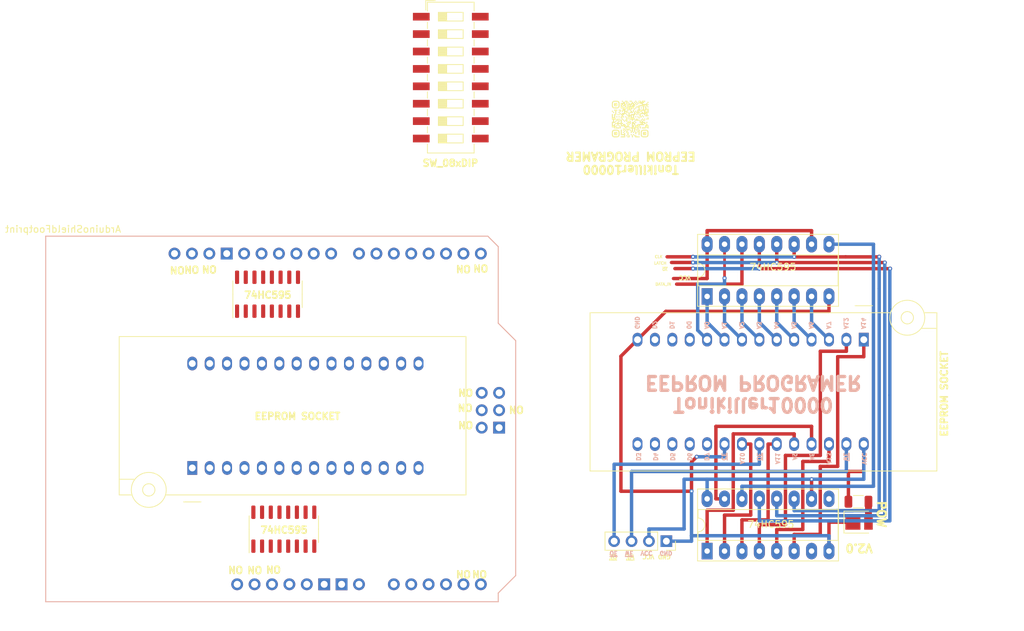
<source format=kicad_pcb>
(kicad_pcb (version 20211014) (generator pcbnew)
  (layers (0 "F.Cu" signal) (31 "B.Cu" signal) (34 "B.Paste" user) (35 "F.Paste" user) (36 "B.SilkS" user "B.Silkscreen") (37 "F.SilkS" user "F.Silkscreen") (38 "B.Mask" user) (39 "F.Mask" user) (44 "Edge.Cuts" user))
  (net 0 "")
  (footprint "Socket:DIP_Socket-28_W11.9_W12.7_W15.24_W17.78_W18.5_3M_228-1277-00-0602J" (layer "F.Cu") (at 231.55 108.83 -90)
    (fp_text reference "EEPROM SOCKET" (at 7.9 -11.74 90) (layer "F.SilkS") (effects (font (thickness 0.25))))
    (fp_text value "DIP_Socket-28_W11.9_W12.7_W15.24_W17.78_W18.5_3M_228-1277-00-0602J")
    (pad "1" thru_hole rect (at 0 0 270) (size 2 1.44) (drill 1) (layers *.Cu *.Mask))
    (pad "2" thru_hole oval (at 0 2.54 270) (size 2 1.44) (drill 1) (layers *.Cu *.Mask))
    (pad "3" thru_hole oval (at 0 5.08 270) (size 2 1.44) (drill 1) (layers *.Cu *.Mask))
    (pad "4" thru_hole oval (at 0 7.62 270) (size 2 1.44) (drill 1) (layers *.Cu *.Mask))
    (pad "5" thru_hole oval (at 0 10.16 270) (size 2 1.44) (drill 1) (layers *.Cu *.Mask))
    (pad "6" thru_hole oval (at 0 12.7 270) (size 2 1.44) (drill 1) (layers *.Cu *.Mask))
    (pad "7" thru_hole oval (at 0 15.24 270) (size 2 1.44) (drill 1) (layers *.Cu *.Mask))
    (pad "8" thru_hole oval (at 0 17.78 270) (size 2 1.44) (drill 1) (layers *.Cu *.Mask))
    (pad "9" thru_hole oval (at 0 20.32 270) (size 2 1.44) (drill 1) (layers *.Cu *.Mask))
    (pad "10" thru_hole oval (at 0 22.86 270) (size 2 1.44) (drill 1) (layers *.Cu *.Mask))
    (pad "11" thru_hole oval (at 0 25.4 270) (size 2 1.44) (drill 1) (layers *.Cu *.Mask))
    (pad "12" thru_hole oval (at 0 27.94 270) (size 2 1.44) (drill 1) (layers *.Cu *.Mask))
    (pad "13" thru_hole oval (at 0 30.48 270) (size 2 1.44) (drill 1) (layers *.Cu *.Mask))
    (pad "14" thru_hole oval (at 0 33.02 270) (size 2 1.44) (drill 1) (layers *.Cu *.Mask))
    (pad "15" thru_hole oval (at 15.24 33.02 270) (size 2 1.44) (drill 1) (layers *.Cu *.Mask))
    (pad "16" thru_hole oval (at 15.24 30.48 270) (size 2 1.44) (drill 1) (layers *.Cu *.Mask))
    (pad "17" thru_hole oval (at 15.24 27.94 270) (size 2 1.44) (drill 1) (layers *.Cu *.Mask))
    (pad "18" thru_hole oval (at 15.24 25.4 270) (size 2 1.44) (drill 1) (layers *.Cu *.Mask))
    (pad "19" thru_hole oval (at 15.24 22.86 270) (size 2 1.44) (drill 1) (layers *.Cu *.Mask))
    (pad "20" thru_hole oval (at 15.24 20.32 270) (size 2 1.44) (drill 1) (layers *.Cu *.Mask))
    (pad "21" thru_hole oval (at 15.24 17.78 270) (size 2 1.44) (drill 1) (layers *.Cu *.Mask))
    (pad "22" thru_hole oval (at 15.24 15.24 270) (size 2 1.44) (drill 1) (layers *.Cu *.Mask))
    (pad "23" thru_hole oval (at 15.24 12.7 270) (size 2 1.44) (drill 1) (layers *.Cu *.Mask))
    (pad "24" thru_hole oval (at 15.24 10.16 270) (size 2 1.44) (drill 1) (layers *.Cu *.Mask))
    (pad "25" thru_hole oval (at 15.24 7.62 270) (size 2 1.44) (drill 1) (layers *.Cu *.Mask))
    (pad "26" thru_hole oval (at 15.24 5.08 270) (size 2 1.44) (drill 1) (layers *.Cu *.Mask))
    (pad "27" thru_hole oval (at 15.24 2.54 270) (size 2 1.44) (drill 1) (layers *.Cu *.Mask))
    (pad "28" thru_hole oval (at 15.24 0 270) (size 2 1.44) (drill 1) (layers *.Cu *.Mask))
  )
  (footprint "Package_DIP:DIP-16_W7.62mm_Socket_LongPads" (layer "F.Cu") (at 208.69 102.5225 90)
    (fp_text reference "74HC595" (at 4.2925 9.6) (layer "F.SilkS"))
    (fp_text value "DIP-16_W7.62mm_Socket_LongPads")
    (pad "1" thru_hole rect (at 0 0 90) (size 2.4 1.6) (drill 0.8) (layers *.Cu *.Mask))
    (pad "2" thru_hole oval (at 0 2.54 90) (size 2.4 1.6) (drill 0.8) (layers *.Cu *.Mask))
    (pad "3" thru_hole oval (at 0 5.08 90) (size 2.4 1.6) (drill 0.8) (layers *.Cu *.Mask))
    (pad "4" thru_hole oval (at 0 7.62 90) (size 2.4 1.6) (drill 0.8) (layers *.Cu *.Mask))
    (pad "5" thru_hole oval (at 0 10.16 90) (size 2.4 1.6) (drill 0.8) (layers *.Cu *.Mask))
    (pad "6" thru_hole oval (at 0 12.7 90) (size 2.4 1.6) (drill 0.8) (layers *.Cu *.Mask))
    (pad "7" thru_hole oval (at 0 15.24 90) (size 2.4 1.6) (drill 0.8) (layers *.Cu *.Mask))
    (pad "8" thru_hole oval (at 0 17.78 90) (size 2.4 1.6) (drill 0.8) (layers *.Cu *.Mask))
    (pad "9" thru_hole oval (at 7.62 17.78 90) (size 2.4 1.6) (drill 0.8) (layers *.Cu *.Mask))
    (pad "10" thru_hole oval (at 7.62 15.24 90) (size 2.4 1.6) (drill 0.8) (layers *.Cu *.Mask))
    (pad "11" thru_hole oval (at 7.62 12.7 90) (size 2.4 1.6) (drill 0.8) (layers *.Cu *.Mask))
    (pad "12" thru_hole oval (at 7.62 10.16 90) (size 2.4 1.6) (drill 0.8) (layers *.Cu *.Mask))
    (pad "13" thru_hole oval (at 7.62 7.62 90) (size 2.4 1.6) (drill 0.8) (layers *.Cu *.Mask))
    (pad "14" thru_hole oval (at 7.62 5.08 90) (size 2.4 1.6) (drill 0.8) (layers *.Cu *.Mask))
    (pad "15" thru_hole oval (at 7.62 2.54 90) (size 2.4 1.6) (drill 0.8) (layers *.Cu *.Mask))
    (pad "16" thru_hole oval (at 7.62 0 90) (size 2.4 1.6) (drill 0.8) (layers *.Cu *.Mask))
  )
  (footprint "Package_DIP:DIP-16_W7.62mm_Socket_LongPads" (layer "F.Cu") (at 208.69 139.68 90)
    (fp_text reference "74HC595" (at 3.9 9.3) (layer "F.SilkS"))
    (fp_text value "DIP-16_W7.62mm_Socket_LongPads")
    (pad "1" thru_hole rect (at 0 0 90) (size 2.4 1.6) (drill 0.8) (layers *.Cu *.Mask))
    (pad "2" thru_hole oval (at 0 2.54 90) (size 2.4 1.6) (drill 0.8) (layers *.Cu *.Mask))
    (pad "3" thru_hole oval (at 0 5.08 90) (size 2.4 1.6) (drill 0.8) (layers *.Cu *.Mask))
    (pad "4" thru_hole oval (at 0 7.62 90) (size 2.4 1.6) (drill 0.8) (layers *.Cu *.Mask))
    (pad "5" thru_hole oval (at 0 10.16 90) (size 2.4 1.6) (drill 0.8) (layers *.Cu *.Mask))
    (pad "6" thru_hole oval (at 0 12.7 90) (size 2.4 1.6) (drill 0.8) (layers *.Cu *.Mask))
    (pad "7" thru_hole oval (at 0 15.24 90) (size 2.4 1.6) (drill 0.8) (layers *.Cu *.Mask))
    (pad "8" thru_hole oval (at 0 17.78 90) (size 2.4 1.6) (drill 0.8) (layers *.Cu *.Mask))
    (pad "9" thru_hole oval (at 7.62 17.78 90) (size 2.4 1.6) (drill 0.8) (layers *.Cu *.Mask))
    (pad "10" thru_hole oval (at 7.62 15.24 90) (size 2.4 1.6) (drill 0.8) (layers *.Cu *.Mask))
    (pad "11" thru_hole oval (at 7.62 12.7 90) (size 2.4 1.6) (drill 0.8) (layers *.Cu *.Mask))
    (pad "12" thru_hole oval (at 7.62 10.16 90) (size 2.4 1.6) (drill 0.8) (layers *.Cu *.Mask))
    (pad "13" thru_hole oval (at 7.62 7.62 90) (size 2.4 1.6) (drill 0.8) (layers *.Cu *.Mask))
    (pad "14" thru_hole oval (at 7.62 5.08 90) (size 2.4 1.6) (drill 0.8) (layers *.Cu *.Mask))
    (pad "15" thru_hole oval (at 7.62 2.54 90) (size 2.4 1.6) (drill 0.8) (layers *.Cu *.Mask))
    (pad "16" thru_hole oval (at 7.62 0 90) (size 2.4 1.6) (drill 0.8) (layers *.Cu *.Mask))
  )
  (footprint "Socket:DIP_Socket-28_W11.9_W12.7_W15.24_W17.78_W18.5_3M_228-1277-00-0602J" (layer "F.Cu") (at 133.56 127.5525 90)
    (fp_text reference "EEPROM SOCKET" (at 7.5425 15.35 180) (layer "F.SilkS") (effects (font (thickness 0.25))))
    (fp_text value "DIP_Socket-28_W11.9_W12.7_W15.24_W17.78_W18.5_3M_228-1277-00-0602J")
    (pad "1" thru_hole rect (at 0 0 90) (size 2 1.44) (drill 1) (layers *.Cu *.Mask))
    (pad "2" thru_hole oval (at 0 2.54 90) (size 2 1.44) (drill 1) (layers *.Cu *.Mask))
    (pad "3" thru_hole oval (at 0 5.08 90) (size 2 1.44) (drill 1) (layers *.Cu *.Mask))
    (pad "4" thru_hole oval (at 0 7.62 90) (size 2 1.44) (drill 1) (layers *.Cu *.Mask))
    (pad "5" thru_hole oval (at 0 10.16 90) (size 2 1.44) (drill 1) (layers *.Cu *.Mask))
    (pad "6" thru_hole oval (at 0 12.7 90) (size 2 1.44) (drill 1) (layers *.Cu *.Mask))
    (pad "7" thru_hole oval (at 0 15.24 90) (size 2 1.44) (drill 1) (layers *.Cu *.Mask))
    (pad "8" thru_hole oval (at 0 17.78 90) (size 2 1.44) (drill 1) (layers *.Cu *.Mask))
    (pad "9" thru_hole oval (at 0 20.32 90) (size 2 1.44) (drill 1) (layers *.Cu *.Mask))
    (pad "10" thru_hole oval (at 0 22.86 90) (size 2 1.44) (drill 1) (layers *.Cu *.Mask))
    (pad "11" thru_hole oval (at 0 25.4 90) (size 2 1.44) (drill 1) (layers *.Cu *.Mask))
    (pad "12" thru_hole oval (at 0 27.94 90) (size 2 1.44) (drill 1) (layers *.Cu *.Mask))
    (pad "13" thru_hole oval (at 0 30.48 90) (size 2 1.44) (drill 1) (layers *.Cu *.Mask))
    (pad "14" thru_hole oval (at 0 33.02 90) (size 2 1.44) (drill 1) (layers *.Cu *.Mask))
    (pad "15" thru_hole oval (at 15.24 33.02 90) (size 2 1.44) (drill 1) (layers *.Cu *.Mask))
    (pad "16" thru_hole oval (at 15.24 30.48 90) (size 2 1.44) (drill 1) (layers *.Cu *.Mask))
    (pad "17" thru_hole oval (at 15.24 27.94 90) (size 2 1.44) (drill 1) (layers *.Cu *.Mask))
    (pad "18" thru_hole oval (at 15.24 25.4 90) (size 2 1.44) (drill 1) (layers *.Cu *.Mask))
    (pad "19" thru_hole oval (at 15.24 22.86 90) (size 2 1.44) (drill 1) (layers *.Cu *.Mask))
    (pad "20" thru_hole oval (at 15.24 20.32 90) (size 2 1.44) (drill 1) (layers *.Cu *.Mask))
    (pad "21" thru_hole oval (at 15.24 17.78 90) (size 2 1.44) (drill 1) (layers *.Cu *.Mask))
    (pad "22" thru_hole oval (at 15.24 15.24 90) (size 2 1.44) (drill 1) (layers *.Cu *.Mask))
    (pad "23" thru_hole oval (at 15.24 12.7 90) (size 2 1.44) (drill 1) (layers *.Cu *.Mask))
    (pad "24" thru_hole oval (at 15.24 10.16 90) (size 2 1.44) (drill 1) (layers *.Cu *.Mask))
    (pad "25" thru_hole oval (at 15.24 7.62 90) (size 2 1.44) (drill 1) (layers *.Cu *.Mask))
    (pad "26" thru_hole oval (at 15.24 5.08 90) (size 2 1.44) (drill 1) (layers *.Cu *.Mask))
    (pad "27" thru_hole oval (at 15.24 2.54 90) (size 2 1.44) (drill 1) (layers *.Cu *.Mask))
    (pad "28" thru_hole oval (at 15.24 0 90) (size 2 1.44) (drill 1) (layers *.Cu *.Mask))
  )
  (footprint "Resistor_SMD:R_1206_3216Metric" (layer "F.Cu") (at 230.77 132.48 180)
    (fp_text reference "REF**" hide)
    (fp_text value "R_1206_3216Metric")
    (pad "1" smd roundrect (at -1.4625 0 180) (size 1.125 1.75) (layers "F.Cu" "F.Paste" "F.Mask") (roundrect_rratio 0.2222222222))
    (pad "2" smd roundrect (at 1.4625 0 180) (size 1.125 1.75) (layers "F.Cu" "F.Paste" "F.Mask") (roundrect_rratio 0.2222222222))
  )
  (footprint "Connector_PinSocket_2.54mm:PinSocket_1x04_P2.54mm_Vertical" (layer "F.Cu") (at 202.74 138.235 -90)
    (fp_text reference "REF**" hide)
    (fp_text value "PinSocket_1x04_P2.54mm_Vertical")
    (pad "1" thru_hole rect (at 0 0 270) (size 1.7 1.7) (drill 1) (layers *.Cu *.Mask))
    (pad "2" thru_hole oval (at 0 2.54 270) (size 1.7 1.7) (drill 1) (layers *.Cu *.Mask))
    (pad "3" thru_hole oval (at 0 5.08 270) (size 1.7 1.7) (drill 1) (layers *.Cu *.Mask))
    (pad "4" thru_hole oval (at 0 7.62 270) (size 1.7 1.7) (drill 1) (layers *.Cu *.Mask))
  )
  (footprint "LOGO" (layer "F.Cu") (at 197.46 76.64 90)
    (fp_text reference "G***" hide)
    (fp_text value "LOGO" hide)
  )
  (footprint "Button_Switch_SMD:SW_DIP_SPSTx08_Slide_6.7x21.88mm_W8.61mm_P2.54mm_LowProfile" (layer "F.Cu") (at 171.28 70.59)
    (fp_text reference "REF**" hide)
    (fp_text value "SW_08xDIP" (at -0.05 12.48) (layer "F.SilkS") (effects (font (thickness 6))))
    (pad "1" smd rect (at -4.305 -8.89) (size 2.44 1.12) (layers "F.Cu" "F.Paste" "F.Mask"))
    (pad "2" smd rect (at -4.305 -6.35) (size 2.44 1.12) (layers "F.Cu" "F.Paste" "F.Mask"))
    (pad "3" smd rect (at -4.305 -3.81) (size 2.44 1.12) (layers "F.Cu" "F.Paste" "F.Mask"))
    (pad "4" smd rect (at -4.305 -1.27) (size 2.44 1.12) (layers "F.Cu" "F.Paste" "F.Mask"))
    (pad "5" smd rect (at -4.305 1.27) (size 2.44 1.12) (layers "F.Cu" "F.Paste" "F.Mask"))
    (pad "6" smd rect (at -4.305 3.81) (size 2.44 1.12) (layers "F.Cu" "F.Paste" "F.Mask"))
    (pad "7" smd rect (at -4.305 6.35) (size 2.44 1.12) (layers "F.Cu" "F.Paste" "F.Mask"))
    (pad "8" smd rect (at -4.305 8.89) (size 2.44 1.12) (layers "F.Cu" "F.Paste" "F.Mask"))
    (pad "9" smd rect (at 4.305 8.89) (size 2.44 1.12) (layers "F.Cu" "F.Paste" "F.Mask"))
    (pad "10" smd rect (at 4.305 6.35) (size 2.44 1.12) (layers "F.Cu" "F.Paste" "F.Mask"))
    (pad "11" smd rect (at 4.305 3.81) (size 2.44 1.12) (layers "F.Cu" "F.Paste" "F.Mask"))
    (pad "12" smd rect (at 4.305 1.27) (size 2.44 1.12) (layers "F.Cu" "F.Paste" "F.Mask"))
    (pad "13" smd rect (at 4.305 -1.27) (size 2.44 1.12) (layers "F.Cu" "F.Paste" "F.Mask"))
    (pad "14" smd rect (at 4.305 -3.81) (size 2.44 1.12) (layers "F.Cu" "F.Paste" "F.Mask"))
    (pad "15" smd rect (at 4.305 -6.35) (size 2.44 1.12) (layers "F.Cu" "F.Paste" "F.Mask"))
    (pad "16" smd rect (at 4.305 -8.89) (size 2.44 1.12) (layers "F.Cu" "F.Paste" "F.Mask"))
  )
  (footprint "Arduino_Uno_R3_Shield" (layer "F.Cu") (at 112.169881 147.07)
    (fp_text reference "ArduinoShieldFootprint" (at 2.54 -54.356) (layer "F.SilkS") (effects (justify mirror)))
    (fp_text value "Arduino_Uno_R3_Shield" hide)
    (pad "" np_thru_hole circle (at 13.97 -2.54) (size 3.2 3.2) (drill 3.2) (layers *.Cu *.Mask))
    (pad "" np_thru_hole circle (at 15.24 -50.8) (size 3.2 3.2) (drill 3.2) (layers *.Cu *.Mask))
    (pad "" np_thru_hole circle (at 66.04 -7.62) (size 3.2 3.2) (drill 3.2) (layers *.Cu *.Mask))
    (pad "" thru_hole oval (at 27.94 -2.54) (size 1.7272 1.7272) (drill 1.016) (layers *.Cu *.Mask))
    (pad "" np_thru_hole circle (at 66.04 -35.56) (size 3.2 3.2) (drill 3.2) (layers *.Cu *.Mask))
    (pad "3V3" thru_hole oval (at 35.56 -2.54) (size 1.7272 1.7272) (drill 1.016) (layers *.Cu *.Mask))
    (pad "5V1" thru_hole oval (at 38.1 -2.54) (size 1.7272 1.7272) (drill 1.016) (layers *.Cu *.Mask))
    (pad "5V2" thru_hole oval (at 66.167 -30.48) (size 1.7272 1.7272) (drill 1.016) (layers *.Cu *.Mask))
    (pad "A0" thru_hole oval (at 50.8 -2.54) (size 1.7272 1.7272) (drill 1.016) (layers *.Cu *.Mask))
    (pad "A1" thru_hole oval (at 53.34 -2.54) (size 1.7272 1.7272) (drill 1.016) (layers *.Cu *.Mask))
    (pad "A2" thru_hole oval (at 55.88 -2.54) (size 1.7272 1.7272) (drill 1.016) (layers *.Cu *.Mask))
    (pad "A3" thru_hole oval (at 58.42 -2.54) (size 1.7272 1.7272) (drill 1.016) (layers *.Cu *.Mask))
    (pad "A4" thru_hole oval (at 60.96 -2.54) (size 1.7272 1.7272) (drill 1.016) (layers *.Cu *.Mask))
    (pad "A5" thru_hole oval (at 63.5 -2.54) (size 1.7272 1.7272) (drill 1.016) (layers *.Cu *.Mask))
    (pad "AREF" thru_hole oval (at 23.876 -50.8) (size 1.7272 1.7272) (drill 1.016) (layers *.Cu *.Mask))
    (pad "D0" thru_hole oval (at 63.5 -50.8) (size 1.7272 1.7272) (drill 1.016) (layers *.Cu *.Mask))
    (pad "D1" thru_hole oval (at 60.96 -50.8) (size 1.7272 1.7272) (drill 1.016) (layers *.Cu *.Mask))
    (pad "D2" thru_hole oval (at 58.42 -50.8) (size 1.7272 1.7272) (drill 1.016) (layers *.Cu *.Mask))
    (pad "D3" thru_hole oval (at 55.88 -50.8) (size 1.7272 1.7272) (drill 1.016) (layers *.Cu *.Mask))
    (pad "D4" thru_hole oval (at 53.34 -50.8) (size 1.7272 1.7272) (drill 1.016) (layers *.Cu *.Mask))
    (pad "D5" thru_hole oval (at 50.8 -50.8) (size 1.7272 1.7272) (drill 1.016) (layers *.Cu *.Mask))
    (pad "D6" thru_hole oval (at 48.26 -50.8) (size 1.7272 1.7272) (drill 1.016) (layers *.Cu *.Mask))
    (pad "D7" thru_hole oval (at 45.72 -50.8) (size 1.7272 1.7272) (drill 1.016) (layers *.Cu *.Mask))
    (pad "D8" thru_hole oval (at 41.656 -50.8) (size 1.7272 1.7272) (drill 1.016) (layers *.Cu *.Mask))
    (pad "D9" thru_hole oval (at 39.116 -50.8) (size 1.7272 1.7272) (drill 1.016) (layers *.Cu *.Mask))
    (pad "D10" thru_hole oval (at 36.576 -50.8) (size 1.7272 1.7272) (drill 1.016) (layers *.Cu *.Mask))
    (pad "D11" thru_hole oval (at 34.036 -50.8) (size 1.7272 1.7272) (drill 1.016) (layers *.Cu *.Mask))
    (pad "D12" thru_hole oval (at 31.496 -50.8) (size 1.7272 1.7272) (drill 1.016) (layers *.Cu *.Mask))
    (pad "D13" thru_hole oval (at 28.956 -50.8) (size 1.7272 1.7272) (drill 1.016) (layers *.Cu *.Mask))
    (pad "GND1" thru_hole rect (at 26.416 -50.8) (size 1.7272 1.7272) (drill 1.016) (layers *.Cu *.Mask))
    (pad "GND2" thru_hole rect (at 40.64 -2.54) (size 1.7272 1.7272) (drill 1.016) (layers *.Cu *.Mask))
    (pad "GND3" thru_hole rect (at 43.18 -2.54) (size 1.7272 1.7272) (drill 1.016) (layers *.Cu *.Mask))
    (pad "GND4" thru_hole rect (at 66.167 -25.4) (size 1.7272 1.7272) (drill 1.016) (layers *.Cu *.Mask))
    (pad "IORF" thru_hole oval (at 30.48 -2.54) (size 1.7272 1.7272) (drill 1.016) (layers *.Cu *.Mask))
    (pad "MISO" thru_hole oval (at 63.627 -30.48) (size 1.7272 1.7272) (drill 1.016) (layers *.Cu *.Mask))
    (pad "MOSI" thru_hole oval (at 66.167 -27.94) (size 1.7272 1.7272) (drill 1.016) (layers *.Cu *.Mask))
    (pad "RST1" thru_hole oval (at 33.02 -2.54) (size 1.7272 1.7272) (drill 1.016) (layers *.Cu *.Mask))
    (pad "RST2" thru_hole oval (at 63.627 -25.4) (size 1.7272 1.7272) (drill 1.016) (layers *.Cu *.Mask))
    (pad "SCK" thru_hole oval (at 63.627 -27.94) (size 1.7272 1.7272) (drill 1.016) (layers *.Cu *.Mask))
    (pad "SCL" thru_hole oval (at 18.796 -50.8) (size 1.7272 1.7272) (drill 1.016) (layers *.Cu *.Mask))
    (pad "SDA" thru_hole oval (at 21.336 -50.8) (size 1.7272 1.7272) (drill 1.016) (layers *.Cu *.Mask))
    (pad "VIN" thru_hole oval (at 45.72 -2.54) (size 1.7272 1.7272) (drill 1.016) (layers *.Cu *.Mask))
  )
  (footprint "LED_SMD:LED_PLCC_2835" (layer "F.Cu") (at 230.8575 135.4625)
    (fp_text reference "REF**" hide)
    (fp_text value "LED_PLCC_2835" hide)
    (pad "1" smd rect (at -0.9 0) (size 2.2 2.2) (layers "F.Cu" "F.Paste" "F.Mask"))
    (pad "2" smd rect (at 1.375 0) (size 1.25 2.2) (layers "F.Cu" "F.Paste" "F.Mask"))
  )
  (footprint "Package_SO:SOIC-16_3.9x9.9mm_P1.27mm" (layer "F.Cu") (at 146.92 136.49 90)
    (fp_text reference "U1" hide)
    (fp_text value "74HC595" (at -0.12 0.04 unlocked) (layer "F.SilkS") (effects (font (thickness 0.25))))
    (pad "1" smd roundrect (at -2.475 -4.445 90) (size 1.95 0.6) (layers "F.Cu" "F.Paste" "F.Mask"))
    (pad "2" smd roundrect (at -2.475 -3.175 90) (size 1.95 0.6) (layers "F.Cu" "F.Paste" "F.Mask"))
    (pad "3" smd roundrect (at -2.475 -1.905 90) (size 1.95 0.6) (layers "F.Cu" "F.Paste" "F.Mask"))
    (pad "4" smd roundrect (at -2.475 -0.635 90) (size 1.95 0.6) (layers "F.Cu" "F.Paste" "F.Mask"))
    (pad "5" smd roundrect (at -2.475 0.635 90) (size 1.95 0.6) (layers "F.Cu" "F.Paste" "F.Mask"))
    (pad "6" smd roundrect (at -2.475 1.905 90) (size 1.95 0.6) (layers "F.Cu" "F.Paste" "F.Mask"))
    (pad "7" smd roundrect (at -2.475 3.175 90) (size 1.95 0.6) (layers "F.Cu" "F.Paste" "F.Mask"))
    (pad "8" smd roundrect (at -2.475 4.445 90) (size 1.95 0.6) (layers "F.Cu" "F.Paste" "F.Mask"))
    (pad "9" smd roundrect (at 2.475 4.445 90) (size 1.95 0.6) (layers "F.Cu" "F.Paste" "F.Mask"))
    (pad "10" smd roundrect (at 2.475 3.175 90) (size 1.95 0.6) (layers "F.Cu" "F.Paste" "F.Mask"))
    (pad "11" smd roundrect (at 2.475 1.905 90) (size 1.95 0.6) (layers "F.Cu" "F.Paste" "F.Mask"))
    (pad "12" smd roundrect (at 2.475 0.635 90) (size 1.95 0.6) (layers "F.Cu" "F.Paste" "F.Mask"))
    (pad "13" smd roundrect (at 2.475 -0.635 90) (size 1.95 0.6) (layers "F.Cu" "F.Paste" "F.Mask"))
    (pad "14" smd roundrect (at 2.475 -1.905 90) (size 1.95 0.6) (layers "F.Cu" "F.Paste" "F.Mask"))
    (pad "15" smd roundrect (at 2.475 -3.175 90) (size 1.95 0.6) (layers "F.Cu" "F.Paste" "F.Mask"))
    (pad "16" smd roundrect (at 2.475 -4.445 90) (size 1.95 0.6) (layers "F.Cu" "F.Paste" "F.Mask"))
  )
  (footprint "Package_SO:SOIC-16_3.9x9.9mm_P1.27mm" (layer "F.Cu") (at 144.54 102.2 90)
    (fp_text reference "U1" hide)
    (fp_text value "74HC595" (at -0.12 0.04 unlocked) (layer "F.SilkS") (effects (font (thickness 0.25))))
    (pad "1" smd roundrect (at -2.475 -4.445 90) (size 1.95 0.6) (layers "F.Cu" "F.Paste" "F.Mask"))
    (pad "2" smd roundrect (at -2.475 -3.175 90) (size 1.95 0.6) (layers "F.Cu" "F.Paste" "F.Mask"))
    (pad "3" smd roundrect (at -2.475 -1.905 90) (size 1.95 0.6) (layers "F.Cu" "F.Paste" "F.Mask"))
    (pad "4" smd roundrect (at -2.475 -0.635 90) (size 1.95 0.6) (layers "F.Cu" "F.Paste" "F.Mask"))
    (pad "5" smd roundrect (at -2.475 0.635 90) (size 1.95 0.6) (layers "F.Cu" "F.Paste" "F.Mask"))
    (pad "6" smd roundrect (at -2.475 1.905 90) (size 1.95 0.6) (layers "F.Cu" "F.Paste" "F.Mask"))
    (pad "7" smd roundrect (at -2.475 3.175 90) (size 1.95 0.6) (layers "F.Cu" "F.Paste" "F.Mask"))
    (pad "8" smd roundrect (at -2.475 4.445 90) (size 1.95 0.6) (layers "F.Cu" "F.Paste" "F.Mask"))
    (pad "9" smd roundrect (at 2.475 4.445 90) (size 1.95 0.6) (layers "F.Cu" "F.Paste" "F.Mask"))
    (pad "10" smd roundrect (at 2.475 3.175 90) (size 1.95 0.6) (layers "F.Cu" "F.Paste" "F.Mask"))
    (pad "11" smd roundrect (at 2.475 1.905 90) (size 1.95 0.6) (layers "F.Cu" "F.Paste" "F.Mask"))
    (pad "12" smd roundrect (at 2.475 0.635 90) (size 1.95 0.6) (layers "F.Cu" "F.Paste" "F.Mask"))
    (pad "13" smd roundrect (at 2.475 -0.635 90) (size 1.95 0.6) (layers "F.Cu" "F.Paste" "F.Mask"))
    (pad "14" smd roundrect (at 2.475 -1.905 90) (size 1.95 0.6) (layers "F.Cu" "F.Paste" "F.Mask"))
    (pad "15" smd roundrect (at 2.475 -3.175 90) (size 1.95 0.6) (layers "F.Cu" "F.Paste" "F.Mask"))
    (pad "16" smd roundrect (at 2.475 -4.445 90) (size 1.95 0.6) (layers "F.Cu" "F.Paste" "F.Mask"))
  )
  (gr_text "D2" (at 201.00924 106.692857 270) (layer "B.SilkS") (effects (font (size 0.6 0.6)) (justify mirror)))
  (gr_text "~{WE}" (at 197.302858 139.98 180) (layer "B.SilkS") (effects (font (size 0.6 0.6)) (justify mirror)))
  (gr_text "~{CE}" (at 211.12 125.9 270) (layer "B.SilkS") (effects (font (size 0.6 0.6)) (justify mirror)))
  (gr_text "A11" (at 218.963152 126.157143 270) (layer "B.SilkS") (effects (font (size 0.6 0.6)) (justify mirror)))
  (gr_text "A5" (at 221.32308 106.735715 270) (layer "B.SilkS") (effects (font (size 0.6 0.6)) (justify mirror)))
  (gr_text "~{OE}" (at 195.037143 139.98 180) (layer "B.SilkS") (effects (font (size 0.6 0.6)) (justify mirror)))
  (gr_text "~{OE}" (at 216.287768 125.914286 270) (layer "B.SilkS") (effects (font (size 0.6 0.6)) (justify mirror)))
  (gr_text "VCC" (at 231.608072 126.185715 270) (layer "B.SilkS") (effects (font (size 0.6 0.6)) (justify mirror)))
  (gr_text "A9" (at 221.455536 125.871429 270) (layer "B.SilkS") (effects (font (size 0.6 0.6)) (justify mirror)))
  (gr_text "A14" (at 231.48 106.45 270) (layer "B.SilkS") (effects (font (size 0.6 0.6)) (justify mirror)))
  (gr_text "A10" (at 213.795384 126.157143 270) (layer "B.SilkS") (effects (font (size 0.6 0.6)) (justify mirror)))
  (gr_text "VCC" (at 199.84 139.98 180) (layer "B.SilkS") (effects (font (size 0.6 0.6)) (justify mirror)))
  (gr_text "A8" (at 223.94792 125.871429 270) (layer "B.SilkS") (effects (font (size 0.6 0.6)) (justify mirror)))
  (gr_text "D5" (at 203.642848 125.914286 270) (layer "B.SilkS") (effects (font (size 0.6 0.6)) (justify mirror)))
  (gr_text "D7" (at 208.627616 125.914286 270) (layer "B.SilkS") (effects (font (size 0.6 0.6)) (justify mirror)))
  (gr_text "D6" (at 206.135232 125.914286 270) (layer "B.SilkS") (effects (font (size 0.6 0.6)) (justify mirror)))
  (gr_text "A12" (at 228.94077 106.45 270) (layer "B.SilkS") (effects (font (size 0.6 0.6)) (justify mirror)))
  (gr_text "A4" (at 218.78385 106.735715 270) (layer "B.SilkS") (effects (font (size 0.6 0.6)) (justify mirror)))
  (gr_text "~{WE}" (at 228.932688 125.942857 270) (layer "B.SilkS") (effects (font (size 0.6 0.6)) (justify mirror)))
  (gr_text "A0\n" (at 208.62693 106.735715 270) (layer "B.SilkS") (effects (font (size 0.6 0.6)) (justify mirror)))
  (gr_text "GND" (at 202.677143 139.98 180) (layer "B.SilkS") (effects (font (size 0.6 0.6)) (justify mirror)))
  (gr_text "D4" (at 201.150464 125.914286 270) (layer "B.SilkS") (effects (font (size 0.6 0.6)) (justify mirror)))
  (gr_text "Tonikiller10000\nEEPROM PROGRAMER\n" (at 215.42 116.72 180) (layer "B.SilkS") (effects (font (size 2 2) (thickness 0.5)) (justify mirror)))
  (gr_text "D3" (at 198.658072 125.914286 270) (layer "B.SilkS") (effects (font (size 0.6 0.6)) (justify mirror)))
  (gr_text "GND" (at 198.47 106.364286 270) (layer "B.SilkS") (effects (font (size 0.6 0.6)) (justify mirror)))
  (gr_text "A13" (at 226.440304 126.157143 270) (layer "B.SilkS") (effects (font (size 0.6 0.6)) (justify mirror)))
  (gr_text "A3" (at 216.24462 106.735715 270) (layer "B.SilkS") (effects (font (size 0.6 0.6)) (justify mirror)))
  (gr_text "D0" (at 206.0877 106.692858 90) (layer "B.SilkS") (effects (font (size 0.6 0.6)) (justify mirror)))
  (gr_text "A1" (at 211.16616 106.735715 270) (layer "B.SilkS") (effects (font (size 0.6 0.6)) (justify mirror)))
  (gr_text "A6\n" (at 223.86231 106.735715 270) (layer "B.SilkS") (effects (font (size 0.6 0.6)) (justify mirror)))
  (gr_text "A2" (at 213.70539 106.735715 270) (layer "B.SilkS") (effects (font (size 0.6 0.6)) (justify mirror)))
  (gr_text "D1" (at 203.54847 106.692857 270) (layer "B.SilkS") (effects (font (size 0.6 0.6)) (justify mirror)))
  (gr_text "A7\n" (at 226.40154 106.735715 270) (layer "B.SilkS") (effects (font (size 0.6 0.6)) (justify mirror)))
  (gr_text "CLK" (at 201.62 96.73) (layer "F.SilkS") (effects (font (size 0.4 0.4) (thickness 0.1))))
  (gr_text "~{WE}" (at 197.47 140.5 180) (layer "F.SilkS") (effects (font (size 0.6 0.6))))
  (gr_text "VCC" (at 200.1 140.51 180) (layer "F.SilkS") (effects (font (size 0.6 0.6))))
  (gr_text "NO" (at 136.05 98.64) (layer "F.SilkS") (effects (font (size 1 1) (thickness 0.25))))
  (gr_text "LATCH" (at 201.85 97.67) (layer "F.SilkS") (effects (font (size 0.4 0.4) (thickness 0.1))))
  (gr_text "NO" (at 139.89 142.49) (layer "F.SilkS") (effects (font (size 1 1) (thickness 0.25))))
  (gr_text "NO" (at 142.68 142.51) (layer "F.SilkS") (effects (font (size 1 1) (thickness 0.25))))
  (gr_text "DATA_IN\n" (at 202.3 100.74) (layer "F.SilkS") (effects (font (size 0.4 0.4) (thickness 0.1))))
  (gr_text "~{OE}" (at 202.55 98.58) (layer "F.SilkS") (effects (font (size 0.4 0.4) (thickness 0.1))))
  (gr_text "NO" (at 175.66 98.5) (layer "F.SilkS") (effects (font (size 1 1) (thickness 0.25))))
  (gr_text "VCC" (at 205.43 99.79 180) (layer "F.SilkS") (effects (font (size 0.6 0.6))))
  (gr_text "NO" (at 173.13 143.12) (layer "F.SilkS") (effects (font (size 1 1) (thickness 0.25))))
  (gr_text "NO" (at 175.48 143.12) (layer "F.SilkS") (effects (font (size 1 1) (thickness 0.25))))
  (gr_text "NO" (at 173.45 121.36) (layer "F.SilkS") (effects (font (size 1 1) (thickness 0.25))))
  (gr_text "NO" (at 173.45 116.63) (layer "F.SilkS") (effects (font (size 1 1) (thickness 0.25))))
  (gr_text "NO" (at 173.38 118.83) (layer "F.SilkS") (effects (font (size 1 1) (thickness 0.25))))
  (gr_text "NO" (at 133.48 98.68) (layer "F.SilkS") (effects (font (size 1 1) (thickness 0.25))))
  (gr_text "Tonikiller10000\nEEPROM PROGRAMER\n" (at 197.54 83.04 180) (layer "F.SilkS") (effects (font (size 1.2 1.2) (thickness 0.3))))
  (gr_text "~{OE}" (at 194.96 140.49 180) (layer "F.SilkS") (effects (font (size 0.6 0.6))))
  (gr_text "NO" (at 173.12 98.59) (layer "F.SilkS") (effects (font (size 1 1) (thickness 0.25))))
  (gr_text "NO" (at 145.41 142.45) (layer "F.SilkS") (effects (font (size 1 1) (thickness 0.25))))
  (gr_text "POW" (at 234.12 134.31 270) (layer "F.SilkS") (effects (font (size 1.2 1.2) (thickness 0.3))))
  (gr_text "NO" (at 180.85 119.13) (layer "F.SilkS") (effects (font (size 1 1) (thickness 0.25))))
  (gr_text "V2.0" (at 230.87 139.24 180) (layer "F.SilkS") (effects (font (size 1.2 1.2) (thickness 0.3))))
  (gr_text "GND" (at 202.44 140.51 180) (layer "F.SilkS") (effects (font (size 0.6 0.6))))
  (gr_text "NO" (at 131.37 98.77) (layer "F.SilkS") (effects (font (size 1 1) (thickness 0.25))))
  (segment (start 196.11 130.95) (end 206.41 130.95) (width 0.5) (layer "F.Cu") (net 0))
  (segment (start 229.01 110.5225) (end 229.01 108.83) (width 0.5) (layer "F.Cu") (net 0))
  (segment (start 222.65 126.6025) (end 222.65 136.53) (width 0.5) (layer "F.Cu") (net 0))
  (segment (start 232.2325 132.48) (end 232.2325 135.4425) (width 1) (layer "F.Cu") (net 0))
  (segment (start 215.05 124.07) (end 213.77 124.07) (width 0.5) (layer "F.Cu") (net 0))
  (segment (start 206.41 126.68) (end 206.41 130.95) (width 0.5) (layer "F.Cu") (net 0))
  (segment (start 225.21 110.5225) (end 229.01 110.5225) (width 0.5) (layer "F.Cu") (net 0))
  (segment (start 231.55 111.3125) (end 231.55 108.83) (width 0.5) (layer "F.Cu") (net 0))
  (segment (start 207.17 125.92) (end 206.41 126.68) (width 0.5) (layer "F.Cu") (net 0))
  (segment (start 218.85 97.58) (end 234.61 97.58) (width 0.5) (layer "F.Cu") (net 0))
  (segment (start 202.85 96.74) (end 206.63 96.74) (width 0.5) (layer "F.Cu") (net 0))
  (segment (start 221.39 94.9025) (end 221.39 96.75) (width 0.5) (layer "F.Cu") (net 0))
  (segment (start 209.97 121.4825) (end 223.93 121.4825) (width 0.5) (layer "F.Cu") (net 0))
  (segment (start 198.53 108.83) (end 202.6575 104.7025) (width 0.5) (layer "F.Cu") (net 0))
  (segment (start 235.39 98.47) (end 216.31 98.47) (width 0.5) (layer "F.Cu") (net 0))
  (segment (start 203.99 98.46) (end 206.64 98.46) (width 0.5) (layer "F.Cu") (net 0))
  (segment (start 221.39 124.07) (end 221.39 122.5825) (width 0.5) (layer "F.Cu") (net 0))
  (segment (start 208.69 133.72) (end 208.69 139.68) (width 0.5) (layer "F.Cu") (net 0))
  (segment (start 208.69 99.91) (end 208.69 94.9025) (width 0.5) (layer "F.Cu") (net 0))
  (segment (start 227.74 111.3125) (end 231.55 111.3125) (width 0.5) (layer "F.Cu") (net 0))
  (segment (start 211.23 132.06) (end 209.97 132.06) (width 0.5) (layer "F.Cu") (net 0))
  (segment (start 226.47 104.7025) (end 226.47 102.5225) (width 0.5) (layer "F.Cu") (net 0))
  (segment (start 211.23 134.43) (end 215.05 134.43) (width 0.5) (layer "F.Cu") (net 0))
  (segment (start 229.38 128.07) (end 229.3075 128.1425) (width 0.5) (layer "F.Cu") (net 0))
  (segment (start 221.39 122.5825) (end 212.5 122.5825) (width 0.5) (layer "F.Cu") (net 0))
  (segment (start 221.39 96.75) (end 228.9 96.75) (width 0.5) (layer "F.Cu") (net 0))
  (segment (start 225.2 137.25) (end 225.2 127.3225) (width 0.5) (layer "F.Cu") (net 0))
  (segment (start 198.53 108.83) (end 196.11 111.25) (width 0.5) (layer "F.Cu") (net 0))
  (segment (start 203.78 99.91) (end 208.69 99.91) (width 0.5) (layer "F.Cu") (net 0))
  (segment (start 215.05 134.43) (end 215.05 124.07) (width 0.5) (layer "F.Cu") (net 0))
  (segment (start 213.77 100.73) (end 213.77 94.9025) (width 0.5) (layer "F.Cu") (net 0))
  (segment (start 202.6575 104.7025) (end 226.47 104.7025) (width 0.5) (layer "F.Cu") (net 0))
  (segment (start 216.31 135.83) (end 220.12 135.83) (width 0.5) (layer "F.Cu") (net 0))
  (segment (start 204.24 100.73) (end 213.77 100.73) (width 0.5) (layer "F.Cu") (net 0))
  (segment (start 216.31 98.47) (end 216.31 94.9025) (width 0.5) (layer "F.Cu") (net 0))
  (segment (start 225.21 125.7225) (end 225.21 110.5225) (width 0.5) (layer "F.Cu") (net 0))
  (segment (start 211.23 139.68) (end 211.23 134.43) (width 0.5) (layer "F.Cu") (net 0))
  (segment (start 227.74 127.3225) (end 227.74 111.3125) (width 0.5) (layer "F.Cu") (net 0))
  (segment (start 217.59 135.13) (end 213.77 135.13) (width 0.5) (layer "F.Cu") (net 0))
  (segment (start 223.93 132.06) (end 223.93 129.2) (width 0.5) (layer "F.Cu") (net 0))
  (segment (start 217.59 124.07) (end 217.59 135.13) (width 0.5) (layer "F.Cu") (net 0))
  (segment (start 223.93 121.4825) (end 223.93 124.07) (width 0.5) (layer "F.Cu") (net 0))
  (segment (start 223.93 92.9225) (end 208.69 92.9225) (width 0.5) (layer "F.Cu") (net 0))
  (segment (start 216.31 139.68) (end 216.31 135.83) (width 0.5) (layer "F.Cu") (net 0))
  (segment (start 226.47 126.6025) (end 222.65 126.6025) (width 0.5) (layer "F.Cu") (net 0))
  (segment (start 218.85 124.07) (end 217.59 124.07) (width 0.5) (layer "F.Cu") (net 0))
  (segment (start 223.93 129.2) (end 223.94 129.2) (width 0.5) (layer "F.Cu") (net 0))
  (segment (start 196.11 111.25) (end 196.11 130.95) (width 0.5) (layer "F.Cu") (net 0))
  (segment (start 231.55 128.07) (end 229.38 128.07) (width 0.5) (layer "F.Cu") (net 0))
  (segment (start 223.93 94.9025) (end 223.93 92.9225) (width 0.5) (layer "F.Cu") (net 0))
  (segment (start 218.85 94.9025) (end 218.85 97.58) (width 0.5) (layer "F.Cu") (net 0))
  (segment (start 226.47 135.4625) (end 226.47 139.68) (width 0.5) (layer "F.Cu") (net 0))
  (segment (start 233.8 96.75) (end 233.8 96.73) (width 0.5) (layer "F.Cu") (net 0))
  (segment (start 229.9575 135.4625) (end 226.47 135.4625) (width 0.5) (layer "F.Cu") (net 0))
  (segment (start 220.12 135.83) (end 220.12 125.7225) (width 0.5) (layer "F.Cu") (net 0))
  (segment (start 222.65 136.53) (end 218.85 136.53) (width 0.5) (layer "F.Cu") (net 0))
  (segment (start 212.5 133.72) (end 208.69 133.72) (width 0.5) (layer "F.Cu") (net 0))
  (segment (start 211.23 99.86) (end 211.23 94.9025) (width 0.39) (layer "F.Cu") (net 0))
  (segment (start 218.85 136.53) (end 218.85 139.68) (width 0.5) (layer "F.Cu") (net 0))
  (segment (start 231.55 124.07) (end 231.55 128.07) (width 0.5) (layer "F.Cu") (net 0))
  (segment (start 226.47 124.07) (end 226.47 126.6025) (width 0.5) (layer "F.Cu") (net 0))
  (segment (start 228.9 96.75) (end 233.8 96.75) (width 0.5) (layer "F.Cu") (net 0))
  (segment (start 225.2 127.3225) (end 227.74 127.3225) (width 0.5) (layer "F.Cu") (net 0))
  (segment (start 221.39 137.25) (end 225.2 137.25) (width 0.5) (layer "F.Cu") (net 0))
  (segment (start 209.97 132.06) (end 209.97 121.4825) (width 0.5) (layer "F.Cu") (net 0))
  (segment (start 220.12 125.7225) (end 225.21 125.7225) (width 0.5) (layer "F.Cu") (net 0))
  (segment (start 208.69 92.9225) (end 208.69 94.9025) (width 0.5) (layer "F.Cu") (net 0))
  (segment (start 232.2325 135.4425) (end 232.2425 135.4525) (width 1) (layer "F.Cu") (net 0))
  (segment (start 229.3075 128.1425) (end 229.3075 132.48) (width 0.5) (layer "F.Cu") (net 0))
  (segment (start 203.49 97.57) (end 206.63 97.57) (width 0.5) (layer "F.Cu") (net 0))
  (segment (start 212.5 122.5825) (end 212.5 133.72) (width 0.5) (layer "F.Cu") (net 0))
  (segment (start 221.39 139.68) (end 221.39 137.25) (width 0.5) (layer "F.Cu") (net 0))
  (segment (start 213.77 135.13) (end 213.77 139.68) (width 0.5) (layer "F.Cu") (net 0))
  (via (at 206.63 96.74) (size 0.6) (drill 0.3) (layers "F.Cu" "B.Cu") (net 0))
  (via (at 207.17 125.92) (size 0.6) (drill 0.3) (layers "F.Cu" "B.Cu") (net 0))
  (via (at 211.23 99.86) (size 0.6) (drill 0.3) (layers "F.Cu" "B.Cu") (net 0))
  (via (at 216.31 98.47) (size 0.6) (drill 0.3) (layers "F.Cu" "B.Cu") (net 0))
  (via (at 221.39 96.75) (size 0.6) (drill 0.3) (layers "F.Cu" "B.Cu") (net 0))
  (via (at 206.64 98.46) (size 0.6) (drill 0.3) (layers "F.Cu" "B.Cu") (net 0))
  (via (at 223.94 129.2) (size 0.6) (drill 0.3) (layers "F.Cu" "B.Cu") (net 0))
  (via (at 206.41 130.95) (size 0.6) (drill 0.3) (layers "F.Cu" "B.Cu") (net 0))
  (via (at 218.85 97.58) (size 0.6) (drill 0.3) (layers "F.Cu" "B.Cu") (net 0))
  (via (at 234.61 97.58) (size 0.6) (drill 0.3) (layers "F.Cu" "B.Cu") (net 0))
  (via (at 233.8 96.73) (size 0.6) (drill 0.3) (layers "F.Cu" "B.Cu") (net 0))
  (via (at 206.63 97.57) (size 0.6) (drill 0.3) (layers "F.Cu" "B.Cu") (net 0))
  (via (at 235.39 98.47) (size 0.6) (drill 0.3) (layers "F.Cu" "B.Cu") (net 0))
  (segment (start 218.85 102.5225) (end 218.85 106.29) (width 0.5) (layer "B.Cu") (net 0))
  (segment (start 216.31 135.27) (end 229.8 135.27) (width 0.5) (layer "B.Cu") (net 0))
  (segment (start 229.01 128.07) (end 197.68 128.07) (width 0.5) (layer "B.Cu") (net 0))
  (segment (start 200.2 136.46) (end 200.2 138.235) (width 0.5) (layer "B.Cu") (net 0))
  (segment (start 218.85 106.29) (end 221.39 108.83) (width 0.5) (layer "B.Cu") (net 0))
  (segment (start 235.35 116.93) (end 235.35 98.47) (width 0.5) (layer "B.Cu") (net 0))
  (segment (start 208.69 132.06) (end 208.69 129.2) (width 0.5) (layer "B.Cu") (net 0))
  (segment (start 227.6 133.78) (end 229.94 133.78) (width 0.5) (layer "B.Cu") (net 0))
  (segment (start 206.63 96.75) (end 206.63 96.74) (width 0.5) (layer "B.Cu") (net 0))
  (segment (start 207.31 107.45) (end 208.69 108.83) (width 0.5) (layer "B.Cu") (net 0))
  (segment (start 234.61 97.58) (end 234.61 134.52) (width 0.5) (layer "B.Cu") (net 0))
  (segment (start 207.17 125.92) (end 211.23 125.92) (width 0.5) (layer "B.Cu") (net 0))
  (segment (start 213.77 106.29) (end 216.31 108.83) (width 0.5) (layer "B.Cu") (net 0))
  (segment (start 211.23 106.29) (end 211.23 102.5225) (width 0.5) (layer "B.Cu") (net 0))
  (segment (start 221.39 102.5225) (end 221.39 106.29) (width 0.5) (layer "B.Cu") (net 0))
  (segment (start 213.77 108.83) (end 211.23 106.29) (width 0.5) (layer "B.Cu") (net 0))
  (segment (start 197.66 128.07) (end 197.66 138.235) (width 0.5) (layer "B.Cu") (net 0))
  (segment (start 221.39 133.78) (end 227.6 133.78) (width 0.5) (layer "B.Cu") (net 0))
  (segment (start 231.55 124.07) (end 231.55 129.2) (width 0.5) (layer "B.Cu") (net 0))
  (segment (start 205.33 129.2) (end 205.33 136.46) (width 0.5) (layer "B.Cu") (net 0))
  (segment (start 205.33 136.46) (end 200.2 136.46) (width 0.5) (layer "B.Cu") (net 0))
  (segment (start 218.85 97.58) (end 206.63 97.58) (width 0.5) (layer "B.Cu") (net 0))
  (segment (start 206.41 138.235) (end 202.74 138.235) (width 0.5) (layer "B.Cu") (net 0))
  (segment (start 211.23 125.92) (end 211.23 124.07) (width 0.5) (layer "B.Cu") (net 0))
  (segment (start 208.69 129.2) (end 208.64 129.2) (width 0.5) (layer "B.Cu") (net 0))
  (segment (start 223.93 132.06) (end 223.92 132.05) (width 0.5) (layer "B.Cu") (net 0))
  (segment (start 216.31 127.01) (end 195.16 127.01) (width 0.5) (layer "B.Cu") (net 0))
  (segment (start 216.31 106.29) (end 218.85 108.83) (width 0.5) (layer "B.Cu") (net 0))
  (segment (start 206.64 98.47) (end 206.64 98.46) (width 0.5) (layer "B.Cu") (net 0))
  (segment (start 223.93 102.5225) (end 223.93 106.29) (width 0.5) (layer "B.Cu") (net 0))
  (segment (start 232.96 130.23) (end 232.96 94.9025) (width 0.5) (layer "B.Cu") (net 0))
  (segment (start 195.16 127.01) (end 195.12 127.05) (width 0.5) (layer "B.Cu") (net 0))
  (segment (start 208.69 132.06) (end 208.65 132.02) (width 0.5) (layer "B.Cu") (net 0))
  (segment (start 197.68 128.07) (end 197.64 128.11) (width 0.5) (layer "B.Cu") (net 0))
  (segment (start 223.93 106.29) (end 226.47 108.83) (width 0.5) (layer "B.Cu") (net 0))
  (segment (start 195.12 127.01) (end 195.12 138.235) (width 0.5) (layer "B.Cu") (net 0))
  (segment (start 213.77 102.5225) (end 213.77 106.29) (width 0.5) (layer "B.Cu") (net 0))
  (segment (start 229.8 135.27) (end 235.35 135.27) (width 0.5) (layer "B.Cu") (net 0))
  (segment (start 226.47 137.44) (end 226.47 139.68) (width 0.5) (layer "B.Cu") (net 0))
  (segment (start 211.23 100.73) (end 207.31 100.73) (width 0.5) (layer "B.Cu") (net 0))
  (segment (start 211.23 99.86) (end 211.23 100.73) (width 0.5) (layer "B.Cu") (net 0))
  (segment (start 208.64 129.2) (end 205.33 129.2) (width 0.5) (layer "B.Cu") (net 0))
  (segment (start 213.77 130.23) (end 232.96 130.23) (width 0.5) (layer "B.Cu") (net 0))
  (segment (start 206.41 137.44) (end 226.47 137.44) (width 0.5) (layer "B.Cu") (net 0))
  (segment (start 206.41 130.95) (end 206.41 137.44) (width 0.5) (layer "B.Cu") (net 0))
  (segment (start 208.69 106.29) (end 208.69 102.5225) (width 0.5) (layer "B.Cu") (net 0))
  (segment (start 221.39 96.75) (end 206.63 96.75) (width 0.5) (layer "B.Cu") (net 0))
  (segment (start 233.73 101.36) (end 233.74 101.36) (width 0.39) (layer "B.Cu") (net 0))
  (segment (start 207.31 100.73) (end 207.31 107.45) (width 0.5) (layer "B.Cu") (net 0))
  (segment (start 216.31 102.5225) (end 216.31 106.29) (width 0.5) (layer "B.Cu") (net 0))
  (segment (start 216.31 132.06) (end 216.31 135.27) (width 0.5) (layer "B.Cu") (net 0))
  (segment (start 233.8 133.78) (end 227.6 133.78) (width 0.5) (layer "B.Cu") (net 0))
  (segment (start 221.39 132.06) (end 221.39 133.78) (width 0.5) (layer "B.Cu") (net 0))
  (segment (start 218.85 134.52) (end 218.85 132.06) (width 0.5) (layer "B.Cu") (net 0))
  (segment (start 233.8 96.73) (end 233.8 133.78) (width 0.5) (layer "B.Cu") (net 0))
  (segment (start 213.77 132.06) (end 213.77 130.23) (width 0.5) (layer "B.Cu") (net 0))
  (segment (start 206.63 97.58) (end 206.63 97.57) (width 0.5) (layer "B.Cu") (net 0))
  (segment (start 216.31 124.07) (end 216.31 127.01) (width 0.5) (layer "B.Cu") (net 0))
  (segment (start 206.41 137.44) (end 206.41 138.235) (width 0.5) (layer "B.Cu") (net 0))
  (segment (start 229.01 124.07) (end 229.01 128.07) (width 0.5) (layer "B.Cu") (net 0))
  (segment (start 235.35 135.27) (end 235.35 116.93) (width 0.5) (layer "B.Cu") (net 0))
  (segment (start 235.35 98.47) (end 235.39 98.47) (width 0.5) (layer "B.Cu") (net 0))
  (segment (start 211.23 108.83) (end 208.69 106.29) (width 0.5) (layer "B.Cu") (net 0))
  (segment (start 216.31 98.47) (end 206.64 98.47) (width 0.5) (layer "B.Cu") (net 0))
  (segment (start 221.39 106.29) (end 223.93 108.83) (width 0.5) (layer "B.Cu") (net 0))
  (segment (start 234.61 134.52) (end 218.85 134.52) (width 0.5) (layer "B.Cu") (net 0))
  (segment (start 223.94 129.2) (end 208.64 129.2) (width 0.5) (layer "B.Cu") (net 0))
  (segment (start 232.96 94.9025) (end 226.47 94.9025) (width 0.5) (layer "B.Cu") (net 0))
  (segment (start 231.55 129.2) (end 223.94 129.2) (width 0.5) (layer "B.Cu") (net 0))
)
</source>
